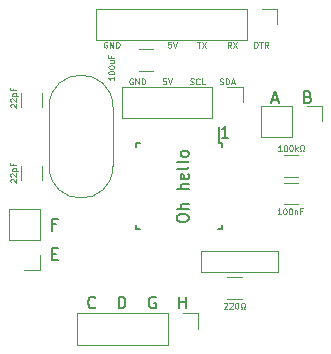
<source format=gbr>
%TF.GenerationSoftware,KiCad,Pcbnew,(5.1.6)-1*%
%TF.CreationDate,2020-09-09T14:29:39-07:00*%
%TF.ProjectId,DigitController,44696769-7443-46f6-9e74-726f6c6c6572,rev?*%
%TF.SameCoordinates,Original*%
%TF.FileFunction,Legend,Top*%
%TF.FilePolarity,Positive*%
%FSLAX46Y46*%
G04 Gerber Fmt 4.6, Leading zero omitted, Abs format (unit mm)*
G04 Created by KiCad (PCBNEW (5.1.6)-1) date 2020-09-09 14:29:39*
%MOMM*%
%LPD*%
G01*
G04 APERTURE LIST*
%ADD10C,0.125000*%
%ADD11C,0.150000*%
%ADD12C,0.120000*%
G04 APERTURE END LIST*
D10*
X81478571Y-83976190D02*
X81478571Y-83476190D01*
X81597619Y-83476190D01*
X81669047Y-83500000D01*
X81716666Y-83547619D01*
X81740476Y-83595238D01*
X81764285Y-83690476D01*
X81764285Y-83761904D01*
X81740476Y-83857142D01*
X81716666Y-83904761D01*
X81669047Y-83952380D01*
X81597619Y-83976190D01*
X81478571Y-83976190D01*
X81907142Y-83476190D02*
X82192857Y-83476190D01*
X82050000Y-83976190D02*
X82050000Y-83476190D01*
X82645238Y-83976190D02*
X82478571Y-83738095D01*
X82359523Y-83976190D02*
X82359523Y-83476190D01*
X82550000Y-83476190D01*
X82597619Y-83500000D01*
X82621428Y-83523809D01*
X82645238Y-83571428D01*
X82645238Y-83642857D01*
X82621428Y-83690476D01*
X82597619Y-83714285D01*
X82550000Y-83738095D01*
X82359523Y-83738095D01*
D11*
X74902380Y-98485714D02*
X74902380Y-98295238D01*
X74950000Y-98200000D01*
X75045238Y-98104761D01*
X75235714Y-98057142D01*
X75569047Y-98057142D01*
X75759523Y-98104761D01*
X75854761Y-98200000D01*
X75902380Y-98295238D01*
X75902380Y-98485714D01*
X75854761Y-98580952D01*
X75759523Y-98676190D01*
X75569047Y-98723809D01*
X75235714Y-98723809D01*
X75045238Y-98676190D01*
X74950000Y-98580952D01*
X74902380Y-98485714D01*
X75902380Y-97628571D02*
X74902380Y-97628571D01*
X75902380Y-97200000D02*
X75378571Y-97200000D01*
X75283333Y-97247619D01*
X75235714Y-97342857D01*
X75235714Y-97485714D01*
X75283333Y-97580952D01*
X75330952Y-97628571D01*
X75902380Y-95961904D02*
X74902380Y-95961904D01*
X75902380Y-95533333D02*
X75378571Y-95533333D01*
X75283333Y-95580952D01*
X75235714Y-95676190D01*
X75235714Y-95819047D01*
X75283333Y-95914285D01*
X75330952Y-95961904D01*
X75854761Y-94676190D02*
X75902380Y-94771428D01*
X75902380Y-94961904D01*
X75854761Y-95057142D01*
X75759523Y-95104761D01*
X75378571Y-95104761D01*
X75283333Y-95057142D01*
X75235714Y-94961904D01*
X75235714Y-94771428D01*
X75283333Y-94676190D01*
X75378571Y-94628571D01*
X75473809Y-94628571D01*
X75569047Y-95104761D01*
X75902380Y-94057142D02*
X75854761Y-94152380D01*
X75759523Y-94200000D01*
X74902380Y-94200000D01*
X75902380Y-93533333D02*
X75854761Y-93628571D01*
X75759523Y-93676190D01*
X74902380Y-93676190D01*
X75902380Y-93009523D02*
X75854761Y-93104761D01*
X75807142Y-93152380D01*
X75711904Y-93200000D01*
X75426190Y-93200000D01*
X75330952Y-93152380D01*
X75283333Y-93104761D01*
X75235714Y-93009523D01*
X75235714Y-92866666D01*
X75283333Y-92771428D01*
X75330952Y-92723809D01*
X75426190Y-92676190D01*
X75711904Y-92676190D01*
X75807142Y-92723809D01*
X75854761Y-92771428D01*
X75902380Y-92866666D01*
X75902380Y-93009523D01*
D10*
X78895238Y-105623809D02*
X78919047Y-105600000D01*
X78966666Y-105576190D01*
X79085714Y-105576190D01*
X79133333Y-105600000D01*
X79157142Y-105623809D01*
X79180952Y-105671428D01*
X79180952Y-105719047D01*
X79157142Y-105790476D01*
X78871428Y-106076190D01*
X79180952Y-106076190D01*
X79371428Y-105623809D02*
X79395238Y-105600000D01*
X79442857Y-105576190D01*
X79561904Y-105576190D01*
X79609523Y-105600000D01*
X79633333Y-105623809D01*
X79657142Y-105671428D01*
X79657142Y-105719047D01*
X79633333Y-105790476D01*
X79347619Y-106076190D01*
X79657142Y-106076190D01*
X79966666Y-105576190D02*
X80014285Y-105576190D01*
X80061904Y-105600000D01*
X80085714Y-105623809D01*
X80109523Y-105671428D01*
X80133333Y-105766666D01*
X80133333Y-105885714D01*
X80109523Y-105980952D01*
X80085714Y-106028571D01*
X80061904Y-106052380D01*
X80014285Y-106076190D01*
X79966666Y-106076190D01*
X79919047Y-106052380D01*
X79895238Y-106028571D01*
X79871428Y-105980952D01*
X79847619Y-105885714D01*
X79847619Y-105766666D01*
X79871428Y-105671428D01*
X79895238Y-105623809D01*
X79919047Y-105600000D01*
X79966666Y-105576190D01*
X80323809Y-106076190D02*
X80442857Y-106076190D01*
X80442857Y-105980952D01*
X80395238Y-105957142D01*
X80347619Y-105909523D01*
X80323809Y-105838095D01*
X80323809Y-105719047D01*
X80347619Y-105647619D01*
X80395238Y-105600000D01*
X80466666Y-105576190D01*
X80561904Y-105576190D01*
X80633333Y-105600000D01*
X80680952Y-105647619D01*
X80704761Y-105719047D01*
X80704761Y-105838095D01*
X80680952Y-105909523D01*
X80633333Y-105957142D01*
X80585714Y-105980952D01*
X80585714Y-106076190D01*
X80704761Y-106076190D01*
X69626190Y-86423809D02*
X69626190Y-86709523D01*
X69626190Y-86566666D02*
X69126190Y-86566666D01*
X69197619Y-86614285D01*
X69245238Y-86661904D01*
X69269047Y-86709523D01*
X69126190Y-86114285D02*
X69126190Y-86066666D01*
X69150000Y-86019047D01*
X69173809Y-85995238D01*
X69221428Y-85971428D01*
X69316666Y-85947619D01*
X69435714Y-85947619D01*
X69530952Y-85971428D01*
X69578571Y-85995238D01*
X69602380Y-86019047D01*
X69626190Y-86066666D01*
X69626190Y-86114285D01*
X69602380Y-86161904D01*
X69578571Y-86185714D01*
X69530952Y-86209523D01*
X69435714Y-86233333D01*
X69316666Y-86233333D01*
X69221428Y-86209523D01*
X69173809Y-86185714D01*
X69150000Y-86161904D01*
X69126190Y-86114285D01*
X69126190Y-85638095D02*
X69126190Y-85590476D01*
X69150000Y-85542857D01*
X69173809Y-85519047D01*
X69221428Y-85495238D01*
X69316666Y-85471428D01*
X69435714Y-85471428D01*
X69530952Y-85495238D01*
X69578571Y-85519047D01*
X69602380Y-85542857D01*
X69626190Y-85590476D01*
X69626190Y-85638095D01*
X69602380Y-85685714D01*
X69578571Y-85709523D01*
X69530952Y-85733333D01*
X69435714Y-85757142D01*
X69316666Y-85757142D01*
X69221428Y-85733333D01*
X69173809Y-85709523D01*
X69150000Y-85685714D01*
X69126190Y-85638095D01*
X69292857Y-85042857D02*
X69626190Y-85042857D01*
X69292857Y-85257142D02*
X69554761Y-85257142D01*
X69602380Y-85233333D01*
X69626190Y-85185714D01*
X69626190Y-85114285D01*
X69602380Y-85066666D01*
X69578571Y-85042857D01*
X69364285Y-84638095D02*
X69364285Y-84804761D01*
X69626190Y-84804761D02*
X69126190Y-84804761D01*
X69126190Y-84566666D01*
X83778571Y-92726190D02*
X83492857Y-92726190D01*
X83635714Y-92726190D02*
X83635714Y-92226190D01*
X83588095Y-92297619D01*
X83540476Y-92345238D01*
X83492857Y-92369047D01*
X84088095Y-92226190D02*
X84135714Y-92226190D01*
X84183333Y-92250000D01*
X84207142Y-92273809D01*
X84230952Y-92321428D01*
X84254761Y-92416666D01*
X84254761Y-92535714D01*
X84230952Y-92630952D01*
X84207142Y-92678571D01*
X84183333Y-92702380D01*
X84135714Y-92726190D01*
X84088095Y-92726190D01*
X84040476Y-92702380D01*
X84016666Y-92678571D01*
X83992857Y-92630952D01*
X83969047Y-92535714D01*
X83969047Y-92416666D01*
X83992857Y-92321428D01*
X84016666Y-92273809D01*
X84040476Y-92250000D01*
X84088095Y-92226190D01*
X84564285Y-92226190D02*
X84611904Y-92226190D01*
X84659523Y-92250000D01*
X84683333Y-92273809D01*
X84707142Y-92321428D01*
X84730952Y-92416666D01*
X84730952Y-92535714D01*
X84707142Y-92630952D01*
X84683333Y-92678571D01*
X84659523Y-92702380D01*
X84611904Y-92726190D01*
X84564285Y-92726190D01*
X84516666Y-92702380D01*
X84492857Y-92678571D01*
X84469047Y-92630952D01*
X84445238Y-92535714D01*
X84445238Y-92416666D01*
X84469047Y-92321428D01*
X84492857Y-92273809D01*
X84516666Y-92250000D01*
X84564285Y-92226190D01*
X84945238Y-92726190D02*
X84945238Y-92226190D01*
X84992857Y-92535714D02*
X85135714Y-92726190D01*
X85135714Y-92392857D02*
X84945238Y-92583333D01*
X85326190Y-92726190D02*
X85445238Y-92726190D01*
X85445238Y-92630952D01*
X85397619Y-92607142D01*
X85350000Y-92559523D01*
X85326190Y-92488095D01*
X85326190Y-92369047D01*
X85350000Y-92297619D01*
X85397619Y-92250000D01*
X85469047Y-92226190D01*
X85564285Y-92226190D01*
X85635714Y-92250000D01*
X85683333Y-92297619D01*
X85707142Y-92369047D01*
X85707142Y-92488095D01*
X85683333Y-92559523D01*
X85635714Y-92607142D01*
X85588095Y-92630952D01*
X85588095Y-92726190D01*
X85707142Y-92726190D01*
X83726190Y-98076190D02*
X83440476Y-98076190D01*
X83583333Y-98076190D02*
X83583333Y-97576190D01*
X83535714Y-97647619D01*
X83488095Y-97695238D01*
X83440476Y-97719047D01*
X84035714Y-97576190D02*
X84083333Y-97576190D01*
X84130952Y-97600000D01*
X84154761Y-97623809D01*
X84178571Y-97671428D01*
X84202380Y-97766666D01*
X84202380Y-97885714D01*
X84178571Y-97980952D01*
X84154761Y-98028571D01*
X84130952Y-98052380D01*
X84083333Y-98076190D01*
X84035714Y-98076190D01*
X83988095Y-98052380D01*
X83964285Y-98028571D01*
X83940476Y-97980952D01*
X83916666Y-97885714D01*
X83916666Y-97766666D01*
X83940476Y-97671428D01*
X83964285Y-97623809D01*
X83988095Y-97600000D01*
X84035714Y-97576190D01*
X84511904Y-97576190D02*
X84559523Y-97576190D01*
X84607142Y-97600000D01*
X84630952Y-97623809D01*
X84654761Y-97671428D01*
X84678571Y-97766666D01*
X84678571Y-97885714D01*
X84654761Y-97980952D01*
X84630952Y-98028571D01*
X84607142Y-98052380D01*
X84559523Y-98076190D01*
X84511904Y-98076190D01*
X84464285Y-98052380D01*
X84440476Y-98028571D01*
X84416666Y-97980952D01*
X84392857Y-97885714D01*
X84392857Y-97766666D01*
X84416666Y-97671428D01*
X84440476Y-97623809D01*
X84464285Y-97600000D01*
X84511904Y-97576190D01*
X84892857Y-97742857D02*
X84892857Y-98076190D01*
X84892857Y-97790476D02*
X84916666Y-97766666D01*
X84964285Y-97742857D01*
X85035714Y-97742857D01*
X85083333Y-97766666D01*
X85107142Y-97814285D01*
X85107142Y-98076190D01*
X85511904Y-97814285D02*
X85345238Y-97814285D01*
X85345238Y-98076190D02*
X85345238Y-97576190D01*
X85583333Y-97576190D01*
X60873809Y-95371428D02*
X60850000Y-95347619D01*
X60826190Y-95300000D01*
X60826190Y-95180952D01*
X60850000Y-95133333D01*
X60873809Y-95109523D01*
X60921428Y-95085714D01*
X60969047Y-95085714D01*
X61040476Y-95109523D01*
X61326190Y-95395238D01*
X61326190Y-95085714D01*
X60873809Y-94895238D02*
X60850000Y-94871428D01*
X60826190Y-94823809D01*
X60826190Y-94704761D01*
X60850000Y-94657142D01*
X60873809Y-94633333D01*
X60921428Y-94609523D01*
X60969047Y-94609523D01*
X61040476Y-94633333D01*
X61326190Y-94919047D01*
X61326190Y-94609523D01*
X60992857Y-94395238D02*
X61492857Y-94395238D01*
X61016666Y-94395238D02*
X60992857Y-94347619D01*
X60992857Y-94252380D01*
X61016666Y-94204761D01*
X61040476Y-94180952D01*
X61088095Y-94157142D01*
X61230952Y-94157142D01*
X61278571Y-94180952D01*
X61302380Y-94204761D01*
X61326190Y-94252380D01*
X61326190Y-94347619D01*
X61302380Y-94395238D01*
X61064285Y-93776190D02*
X61064285Y-93942857D01*
X61326190Y-93942857D02*
X60826190Y-93942857D01*
X60826190Y-93704761D01*
X60873809Y-89021428D02*
X60850000Y-88997619D01*
X60826190Y-88950000D01*
X60826190Y-88830952D01*
X60850000Y-88783333D01*
X60873809Y-88759523D01*
X60921428Y-88735714D01*
X60969047Y-88735714D01*
X61040476Y-88759523D01*
X61326190Y-89045238D01*
X61326190Y-88735714D01*
X60873809Y-88545238D02*
X60850000Y-88521428D01*
X60826190Y-88473809D01*
X60826190Y-88354761D01*
X60850000Y-88307142D01*
X60873809Y-88283333D01*
X60921428Y-88259523D01*
X60969047Y-88259523D01*
X61040476Y-88283333D01*
X61326190Y-88569047D01*
X61326190Y-88259523D01*
X60992857Y-88045238D02*
X61492857Y-88045238D01*
X61016666Y-88045238D02*
X60992857Y-87997619D01*
X60992857Y-87902380D01*
X61016666Y-87854761D01*
X61040476Y-87830952D01*
X61088095Y-87807142D01*
X61230952Y-87807142D01*
X61278571Y-87830952D01*
X61302380Y-87854761D01*
X61326190Y-87902380D01*
X61326190Y-87997619D01*
X61302380Y-88045238D01*
X61064285Y-87426190D02*
X61064285Y-87592857D01*
X61326190Y-87592857D02*
X60826190Y-87592857D01*
X60826190Y-87354761D01*
X69019047Y-83500000D02*
X68971428Y-83476190D01*
X68900000Y-83476190D01*
X68828571Y-83500000D01*
X68780952Y-83547619D01*
X68757142Y-83595238D01*
X68733333Y-83690476D01*
X68733333Y-83761904D01*
X68757142Y-83857142D01*
X68780952Y-83904761D01*
X68828571Y-83952380D01*
X68900000Y-83976190D01*
X68947619Y-83976190D01*
X69019047Y-83952380D01*
X69042857Y-83928571D01*
X69042857Y-83761904D01*
X68947619Y-83761904D01*
X69257142Y-83976190D02*
X69257142Y-83476190D01*
X69542857Y-83976190D01*
X69542857Y-83476190D01*
X69780952Y-83976190D02*
X69780952Y-83476190D01*
X69900000Y-83476190D01*
X69971428Y-83500000D01*
X70019047Y-83547619D01*
X70042857Y-83595238D01*
X70066666Y-83690476D01*
X70066666Y-83761904D01*
X70042857Y-83857142D01*
X70019047Y-83904761D01*
X69971428Y-83952380D01*
X69900000Y-83976190D01*
X69780952Y-83976190D01*
X79516666Y-83976190D02*
X79350000Y-83738095D01*
X79230952Y-83976190D02*
X79230952Y-83476190D01*
X79421428Y-83476190D01*
X79469047Y-83500000D01*
X79492857Y-83523809D01*
X79516666Y-83571428D01*
X79516666Y-83642857D01*
X79492857Y-83690476D01*
X79469047Y-83714285D01*
X79421428Y-83738095D01*
X79230952Y-83738095D01*
X79683333Y-83476190D02*
X80016666Y-83976190D01*
X80016666Y-83476190D02*
X79683333Y-83976190D01*
X76619047Y-83476190D02*
X76904761Y-83476190D01*
X76761904Y-83976190D02*
X76761904Y-83476190D01*
X77023809Y-83476190D02*
X77357142Y-83976190D01*
X77357142Y-83476190D02*
X77023809Y-83976190D01*
X74404761Y-83476190D02*
X74166666Y-83476190D01*
X74142857Y-83714285D01*
X74166666Y-83690476D01*
X74214285Y-83666666D01*
X74333333Y-83666666D01*
X74380952Y-83690476D01*
X74404761Y-83714285D01*
X74428571Y-83761904D01*
X74428571Y-83880952D01*
X74404761Y-83928571D01*
X74380952Y-83952380D01*
X74333333Y-83976190D01*
X74214285Y-83976190D01*
X74166666Y-83952380D01*
X74142857Y-83928571D01*
X74571428Y-83476190D02*
X74738095Y-83976190D01*
X74904761Y-83476190D01*
X78542857Y-87052380D02*
X78614285Y-87076190D01*
X78733333Y-87076190D01*
X78780952Y-87052380D01*
X78804761Y-87028571D01*
X78828571Y-86980952D01*
X78828571Y-86933333D01*
X78804761Y-86885714D01*
X78780952Y-86861904D01*
X78733333Y-86838095D01*
X78638095Y-86814285D01*
X78590476Y-86790476D01*
X78566666Y-86766666D01*
X78542857Y-86719047D01*
X78542857Y-86671428D01*
X78566666Y-86623809D01*
X78590476Y-86600000D01*
X78638095Y-86576190D01*
X78757142Y-86576190D01*
X78828571Y-86600000D01*
X79042857Y-87076190D02*
X79042857Y-86576190D01*
X79161904Y-86576190D01*
X79233333Y-86600000D01*
X79280952Y-86647619D01*
X79304761Y-86695238D01*
X79328571Y-86790476D01*
X79328571Y-86861904D01*
X79304761Y-86957142D01*
X79280952Y-87004761D01*
X79233333Y-87052380D01*
X79161904Y-87076190D01*
X79042857Y-87076190D01*
X79519047Y-86933333D02*
X79757142Y-86933333D01*
X79471428Y-87076190D02*
X79638095Y-86576190D01*
X79804761Y-87076190D01*
X76054761Y-87052380D02*
X76126190Y-87076190D01*
X76245238Y-87076190D01*
X76292857Y-87052380D01*
X76316666Y-87028571D01*
X76340476Y-86980952D01*
X76340476Y-86933333D01*
X76316666Y-86885714D01*
X76292857Y-86861904D01*
X76245238Y-86838095D01*
X76150000Y-86814285D01*
X76102380Y-86790476D01*
X76078571Y-86766666D01*
X76054761Y-86719047D01*
X76054761Y-86671428D01*
X76078571Y-86623809D01*
X76102380Y-86600000D01*
X76150000Y-86576190D01*
X76269047Y-86576190D01*
X76340476Y-86600000D01*
X76840476Y-87028571D02*
X76816666Y-87052380D01*
X76745238Y-87076190D01*
X76697619Y-87076190D01*
X76626190Y-87052380D01*
X76578571Y-87004761D01*
X76554761Y-86957142D01*
X76530952Y-86861904D01*
X76530952Y-86790476D01*
X76554761Y-86695238D01*
X76578571Y-86647619D01*
X76626190Y-86600000D01*
X76697619Y-86576190D01*
X76745238Y-86576190D01*
X76816666Y-86600000D01*
X76840476Y-86623809D01*
X77292857Y-87076190D02*
X77054761Y-87076190D01*
X77054761Y-86576190D01*
X74004761Y-86576190D02*
X73766666Y-86576190D01*
X73742857Y-86814285D01*
X73766666Y-86790476D01*
X73814285Y-86766666D01*
X73933333Y-86766666D01*
X73980952Y-86790476D01*
X74004761Y-86814285D01*
X74028571Y-86861904D01*
X74028571Y-86980952D01*
X74004761Y-87028571D01*
X73980952Y-87052380D01*
X73933333Y-87076190D01*
X73814285Y-87076190D01*
X73766666Y-87052380D01*
X73742857Y-87028571D01*
X74171428Y-86576190D02*
X74338095Y-87076190D01*
X74504761Y-86576190D01*
X71169047Y-86600000D02*
X71121428Y-86576190D01*
X71050000Y-86576190D01*
X70978571Y-86600000D01*
X70930952Y-86647619D01*
X70907142Y-86695238D01*
X70883333Y-86790476D01*
X70883333Y-86861904D01*
X70907142Y-86957142D01*
X70930952Y-87004761D01*
X70978571Y-87052380D01*
X71050000Y-87076190D01*
X71097619Y-87076190D01*
X71169047Y-87052380D01*
X71192857Y-87028571D01*
X71192857Y-86861904D01*
X71097619Y-86861904D01*
X71407142Y-87076190D02*
X71407142Y-86576190D01*
X71692857Y-87076190D01*
X71692857Y-86576190D01*
X71930952Y-87076190D02*
X71930952Y-86576190D01*
X72050000Y-86576190D01*
X72121428Y-86600000D01*
X72169047Y-86647619D01*
X72192857Y-86695238D01*
X72216666Y-86790476D01*
X72216666Y-86861904D01*
X72192857Y-86957142D01*
X72169047Y-87004761D01*
X72121428Y-87052380D01*
X72050000Y-87076190D01*
X71930952Y-87076190D01*
D11*
X86021428Y-88128571D02*
X86164285Y-88176190D01*
X86211904Y-88223809D01*
X86259523Y-88319047D01*
X86259523Y-88461904D01*
X86211904Y-88557142D01*
X86164285Y-88604761D01*
X86069047Y-88652380D01*
X85688095Y-88652380D01*
X85688095Y-87652380D01*
X86021428Y-87652380D01*
X86116666Y-87700000D01*
X86164285Y-87747619D01*
X86211904Y-87842857D01*
X86211904Y-87938095D01*
X86164285Y-88033333D01*
X86116666Y-88080952D01*
X86021428Y-88128571D01*
X85688095Y-88128571D01*
X83011904Y-88366666D02*
X83488095Y-88366666D01*
X82916666Y-88652380D02*
X83250000Y-87652380D01*
X83583333Y-88652380D01*
X64692857Y-98928571D02*
X64359523Y-98928571D01*
X64359523Y-99452380D02*
X64359523Y-98452380D01*
X64835714Y-98452380D01*
X64335714Y-101428571D02*
X64669047Y-101428571D01*
X64811904Y-101952380D02*
X64335714Y-101952380D01*
X64335714Y-100952380D01*
X64811904Y-100952380D01*
X75114285Y-106052380D02*
X75114285Y-105052380D01*
X75114285Y-105528571D02*
X75685714Y-105528571D01*
X75685714Y-106052380D02*
X75685714Y-105052380D01*
X73111904Y-105100000D02*
X73016666Y-105052380D01*
X72873809Y-105052380D01*
X72730952Y-105100000D01*
X72635714Y-105195238D01*
X72588095Y-105290476D01*
X72540476Y-105480952D01*
X72540476Y-105623809D01*
X72588095Y-105814285D01*
X72635714Y-105909523D01*
X72730952Y-106004761D01*
X72873809Y-106052380D01*
X72969047Y-106052380D01*
X73111904Y-106004761D01*
X73159523Y-105957142D01*
X73159523Y-105623809D01*
X72969047Y-105623809D01*
X69988095Y-106052380D02*
X69988095Y-105052380D01*
X70226190Y-105052380D01*
X70369047Y-105100000D01*
X70464285Y-105195238D01*
X70511904Y-105290476D01*
X70559523Y-105480952D01*
X70559523Y-105623809D01*
X70511904Y-105814285D01*
X70464285Y-105909523D01*
X70369047Y-106004761D01*
X70226190Y-106052380D01*
X69988095Y-106052380D01*
X68009523Y-105957142D02*
X67961904Y-106004761D01*
X67819047Y-106052380D01*
X67723809Y-106052380D01*
X67580952Y-106004761D01*
X67485714Y-105909523D01*
X67438095Y-105814285D01*
X67390476Y-105623809D01*
X67390476Y-105480952D01*
X67438095Y-105290476D01*
X67485714Y-105195238D01*
X67580952Y-105100000D01*
X67723809Y-105052380D01*
X67819047Y-105052380D01*
X67961904Y-105100000D01*
X68009523Y-105147619D01*
X79285714Y-91602380D02*
X78714285Y-91602380D01*
X79000000Y-91602380D02*
X79000000Y-90602380D01*
X78904761Y-90745238D01*
X78809523Y-90840476D01*
X78714285Y-90888095D01*
D12*
%TO.C,Y1*%
X64100000Y-94000000D02*
G75*
G03*
X69500000Y-94000000I2700000J0D01*
G01*
X64100000Y-89000000D02*
G75*
G02*
X69500000Y-89000000I2700000J0D01*
G01*
X69500000Y-89000000D02*
X69500000Y-94000000D01*
X64100000Y-89000000D02*
X64100000Y-94000000D01*
D11*
%TO.C,U1*%
X78725000Y-92075000D02*
X78500000Y-92075000D01*
X78725000Y-99325000D02*
X78400000Y-99325000D01*
X71475000Y-99325000D02*
X71800000Y-99325000D01*
X71475000Y-92075000D02*
X71800000Y-92075000D01*
X78725000Y-92075000D02*
X78725000Y-92400000D01*
X71475000Y-92075000D02*
X71475000Y-92400000D01*
X71475000Y-99325000D02*
X71475000Y-99000000D01*
X78725000Y-99325000D02*
X78725000Y-99000000D01*
X78500000Y-92075000D02*
X78500000Y-90650000D01*
D12*
%TO.C,R2*%
X80402064Y-105210000D02*
X79197936Y-105210000D01*
X80402064Y-103390000D02*
X79197936Y-103390000D01*
%TO.C,R1*%
X83997936Y-93090000D02*
X85202064Y-93090000D01*
X83997936Y-94910000D02*
X85202064Y-94910000D01*
%TO.C,J5*%
X66450000Y-106470000D02*
X66450000Y-109130000D01*
X74130000Y-106470000D02*
X66450000Y-106470000D01*
X74130000Y-109130000D02*
X66450000Y-109130000D01*
X74130000Y-106470000D02*
X74130000Y-109130000D01*
X75400000Y-106470000D02*
X76730000Y-106470000D01*
X76730000Y-106470000D02*
X76730000Y-107800000D01*
%TO.C,J4*%
X63330000Y-97630000D02*
X60670000Y-97630000D01*
X63330000Y-100230000D02*
X63330000Y-97630000D01*
X60670000Y-100230000D02*
X60670000Y-97630000D01*
X63330000Y-100230000D02*
X60670000Y-100230000D01*
X63330000Y-101500000D02*
X63330000Y-102830000D01*
X63330000Y-102830000D02*
X62000000Y-102830000D01*
%TO.C,J3*%
X82030000Y-88870000D02*
X82030000Y-91530000D01*
X84630000Y-88870000D02*
X82030000Y-88870000D01*
X84630000Y-91530000D02*
X82030000Y-91530000D01*
X84630000Y-88870000D02*
X84630000Y-91530000D01*
X85900000Y-88870000D02*
X87230000Y-88870000D01*
X87230000Y-88870000D02*
X87230000Y-90200000D01*
%TO.C,J2*%
X68070000Y-80670000D02*
X68070000Y-83330000D01*
X80830000Y-80670000D02*
X68070000Y-80670000D01*
X80830000Y-83330000D02*
X68070000Y-83330000D01*
X80830000Y-80670000D02*
X80830000Y-83330000D01*
X82100000Y-80670000D02*
X83430000Y-80670000D01*
X83430000Y-80670000D02*
X83430000Y-82000000D01*
%TO.C,J1*%
X70250000Y-87270000D02*
X70250000Y-89930000D01*
X77930000Y-87270000D02*
X70250000Y-87270000D01*
X77930000Y-89930000D02*
X70250000Y-89930000D01*
X77930000Y-87270000D02*
X77930000Y-89930000D01*
X79200000Y-87270000D02*
X80530000Y-87270000D01*
X80530000Y-87270000D02*
X80530000Y-88600000D01*
%TO.C,D1*%
X83450000Y-103000000D02*
X76950000Y-103000000D01*
X76950000Y-103000000D02*
X76950000Y-101200000D01*
X76950000Y-101200000D02*
X83400000Y-101200000D01*
X83400000Y-101200000D02*
X83450000Y-101200000D01*
X83450000Y-101200000D02*
X83450000Y-103000000D01*
%TO.C,C4*%
X61690000Y-95189564D02*
X61690000Y-93985436D01*
X63510000Y-95189564D02*
X63510000Y-93985436D01*
%TO.C,C3*%
X63510000Y-87797936D02*
X63510000Y-89002064D01*
X61690000Y-87797936D02*
X61690000Y-89002064D01*
%TO.C,C2*%
X72902064Y-85910000D02*
X71697936Y-85910000D01*
X72902064Y-84090000D02*
X71697936Y-84090000D01*
%TO.C,C1*%
X83997936Y-95390000D02*
X85202064Y-95390000D01*
X83997936Y-97210000D02*
X85202064Y-97210000D01*
%TD*%
M02*

</source>
